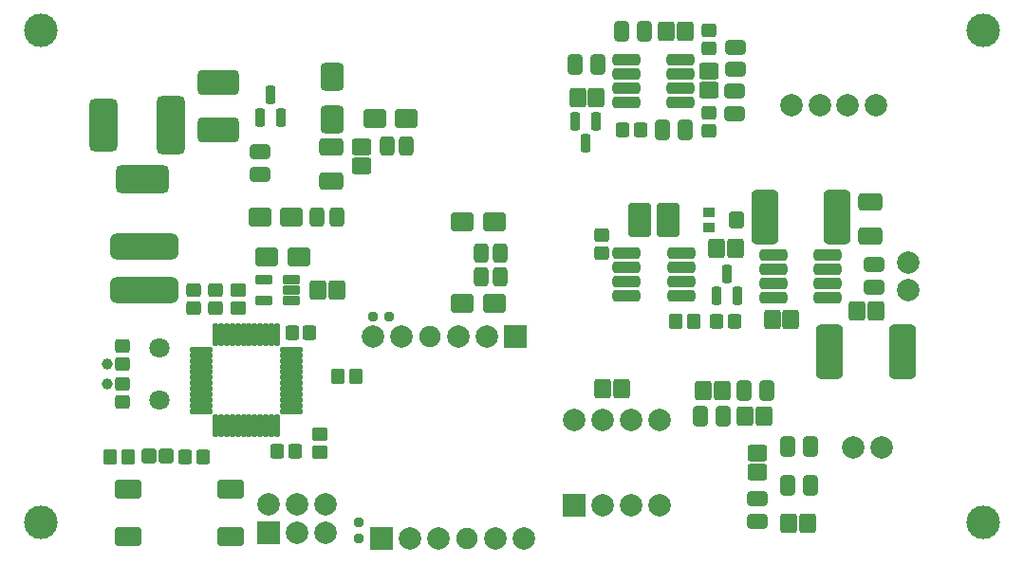
<source format=gts>
G04*
G04 #@! TF.GenerationSoftware,Altium Limited,Altium Designer,22.7.1 (60)*
G04*
G04 Layer_Color=8388736*
%FSLAX43Y43*%
%MOMM*%
G71*
G04*
G04 #@! TF.SameCoordinates,BA50D012-4F98-4CAA-8EAC-1F94F0521628*
G04*
G04*
G04 #@! TF.FilePolarity,Negative*
G04*
G01*
G75*
G04:AMPARAMS|DCode=17|XSize=2.04mm|YSize=2.47mm|CornerRadius=0.368mm|HoleSize=0mm|Usage=FLASHONLY|Rotation=180.000|XOffset=0mm|YOffset=0mm|HoleType=Round|Shape=RoundedRectangle|*
%AMROUNDEDRECTD17*
21,1,2.040,1.735,0,0,180.0*
21,1,1.305,2.470,0,0,180.0*
1,1,0.735,-0.653,0.868*
1,1,0.735,0.653,0.868*
1,1,0.735,0.653,-0.868*
1,1,0.735,-0.653,-0.868*
%
%ADD17ROUNDEDRECTD17*%
G04:AMPARAMS|DCode=18|XSize=1.66mm|YSize=2.11mm|CornerRadius=0.32mm|HoleSize=0mm|Usage=FLASHONLY|Rotation=270.000|XOffset=0mm|YOffset=0mm|HoleType=Round|Shape=RoundedRectangle|*
%AMROUNDEDRECTD18*
21,1,1.660,1.470,0,0,270.0*
21,1,1.020,2.110,0,0,270.0*
1,1,0.640,-0.735,-0.510*
1,1,0.640,-0.735,0.510*
1,1,0.640,0.735,0.510*
1,1,0.640,0.735,-0.510*
%
%ADD18ROUNDEDRECTD18*%
G04:AMPARAMS|DCode=19|XSize=1.24mm|YSize=1.33mm|CornerRadius=0.268mm|HoleSize=0mm|Usage=FLASHONLY|Rotation=90.000|XOffset=0mm|YOffset=0mm|HoleType=Round|Shape=RoundedRectangle|*
%AMROUNDEDRECTD19*
21,1,1.240,0.795,0,0,90.0*
21,1,0.705,1.330,0,0,90.0*
1,1,0.535,0.398,0.353*
1,1,0.535,0.398,-0.353*
1,1,0.535,-0.398,-0.353*
1,1,0.535,-0.398,0.353*
%
%ADD19ROUNDEDRECTD19*%
G04:AMPARAMS|DCode=20|XSize=1.24mm|YSize=1.33mm|CornerRadius=0.268mm|HoleSize=0mm|Usage=FLASHONLY|Rotation=0.000|XOffset=0mm|YOffset=0mm|HoleType=Round|Shape=RoundedRectangle|*
%AMROUNDEDRECTD20*
21,1,1.240,0.795,0,0,0.0*
21,1,0.705,1.330,0,0,0.0*
1,1,0.535,0.353,-0.398*
1,1,0.535,-0.353,-0.398*
1,1,0.535,-0.353,0.398*
1,1,0.535,0.353,0.398*
%
%ADD20ROUNDEDRECTD20*%
G04:AMPARAMS|DCode=21|XSize=2.4mm|YSize=1.7mm|CornerRadius=0.325mm|HoleSize=0mm|Usage=FLASHONLY|Rotation=180.000|XOffset=0mm|YOffset=0mm|HoleType=Round|Shape=RoundedRectangle|*
%AMROUNDEDRECTD21*
21,1,2.400,1.050,0,0,180.0*
21,1,1.750,1.700,0,0,180.0*
1,1,0.650,-0.875,0.525*
1,1,0.650,0.875,0.525*
1,1,0.650,0.875,-0.525*
1,1,0.650,-0.875,-0.525*
%
%ADD21ROUNDEDRECTD21*%
G04:AMPARAMS|DCode=22|XSize=0.91mm|YSize=1.56mm|CornerRadius=0.226mm|HoleSize=0mm|Usage=FLASHONLY|Rotation=270.000|XOffset=0mm|YOffset=0mm|HoleType=Round|Shape=RoundedRectangle|*
%AMROUNDEDRECTD22*
21,1,0.910,1.108,0,0,270.0*
21,1,0.458,1.560,0,0,270.0*
1,1,0.453,-0.554,-0.229*
1,1,0.453,-0.554,0.229*
1,1,0.453,0.554,0.229*
1,1,0.453,0.554,-0.229*
%
%ADD22ROUNDEDRECTD22*%
G04:AMPARAMS|DCode=23|XSize=0.8mm|YSize=0.8mm|CornerRadius=0.213mm|HoleSize=0mm|Usage=FLASHONLY|Rotation=180.000|XOffset=0mm|YOffset=0mm|HoleType=Round|Shape=RoundedRectangle|*
%AMROUNDEDRECTD23*
21,1,0.800,0.375,0,0,180.0*
21,1,0.375,0.800,0,0,180.0*
1,1,0.425,-0.188,0.188*
1,1,0.425,0.188,0.188*
1,1,0.425,0.188,-0.188*
1,1,0.425,-0.188,-0.188*
%
%ADD23ROUNDEDRECTD23*%
G04:AMPARAMS|DCode=24|XSize=1.51mm|YSize=1.76mm|CornerRadius=0.301mm|HoleSize=0mm|Usage=FLASHONLY|Rotation=90.000|XOffset=0mm|YOffset=0mm|HoleType=Round|Shape=RoundedRectangle|*
%AMROUNDEDRECTD24*
21,1,1.510,1.158,0,0,90.0*
21,1,0.907,1.760,0,0,90.0*
1,1,0.603,0.579,0.454*
1,1,0.603,0.579,-0.454*
1,1,0.603,-0.579,-0.454*
1,1,0.603,-0.579,0.454*
%
%ADD24ROUNDEDRECTD24*%
G04:AMPARAMS|DCode=25|XSize=1.51mm|YSize=1.76mm|CornerRadius=0.301mm|HoleSize=0mm|Usage=FLASHONLY|Rotation=180.000|XOffset=0mm|YOffset=0mm|HoleType=Round|Shape=RoundedRectangle|*
%AMROUNDEDRECTD25*
21,1,1.510,1.158,0,0,180.0*
21,1,0.907,1.760,0,0,180.0*
1,1,0.603,-0.454,0.579*
1,1,0.603,0.454,0.579*
1,1,0.603,0.454,-0.579*
1,1,0.603,-0.454,-0.579*
%
%ADD25ROUNDEDRECTD25*%
G04:AMPARAMS|DCode=26|XSize=1.3mm|YSize=1.7mm|CornerRadius=0.275mm|HoleSize=0mm|Usage=FLASHONLY|Rotation=0.000|XOffset=0mm|YOffset=0mm|HoleType=Round|Shape=RoundedRectangle|*
%AMROUNDEDRECTD26*
21,1,1.300,1.150,0,0,0.0*
21,1,0.750,1.700,0,0,0.0*
1,1,0.550,0.375,-0.575*
1,1,0.550,-0.375,-0.575*
1,1,0.550,-0.375,0.575*
1,1,0.550,0.375,0.575*
%
%ADD26ROUNDEDRECTD26*%
G04:AMPARAMS|DCode=27|XSize=1.58mm|YSize=2.17mm|CornerRadius=0.31mm|HoleSize=0mm|Usage=FLASHONLY|Rotation=90.000|XOffset=0mm|YOffset=0mm|HoleType=Round|Shape=RoundedRectangle|*
%AMROUNDEDRECTD27*
21,1,1.580,1.550,0,0,90.0*
21,1,0.960,2.170,0,0,90.0*
1,1,0.620,0.775,0.480*
1,1,0.620,0.775,-0.480*
1,1,0.620,-0.775,-0.480*
1,1,0.620,-0.775,0.480*
%
%ADD27ROUNDEDRECTD27*%
G04:AMPARAMS|DCode=28|XSize=0.91mm|YSize=1.65mm|CornerRadius=0.226mm|HoleSize=0mm|Usage=FLASHONLY|Rotation=180.000|XOffset=0mm|YOffset=0mm|HoleType=Round|Shape=RoundedRectangle|*
%AMROUNDEDRECTD28*
21,1,0.910,1.198,0,0,180.0*
21,1,0.458,1.650,0,0,180.0*
1,1,0.453,-0.229,0.599*
1,1,0.453,0.229,0.599*
1,1,0.453,0.229,-0.599*
1,1,0.453,-0.229,-0.599*
%
%ADD28ROUNDEDRECTD28*%
G04:AMPARAMS|DCode=29|XSize=1.83mm|YSize=1.32mm|CornerRadius=0.278mm|HoleSize=0mm|Usage=FLASHONLY|Rotation=270.000|XOffset=0mm|YOffset=0mm|HoleType=Round|Shape=RoundedRectangle|*
%AMROUNDEDRECTD29*
21,1,1.830,0.765,0,0,270.0*
21,1,1.275,1.320,0,0,270.0*
1,1,0.555,-0.383,-0.638*
1,1,0.555,-0.383,0.638*
1,1,0.555,0.383,0.638*
1,1,0.555,0.383,-0.638*
%
%ADD29ROUNDEDRECTD29*%
G04:AMPARAMS|DCode=30|XSize=1.83mm|YSize=1.32mm|CornerRadius=0.278mm|HoleSize=0mm|Usage=FLASHONLY|Rotation=180.000|XOffset=0mm|YOffset=0mm|HoleType=Round|Shape=RoundedRectangle|*
%AMROUNDEDRECTD30*
21,1,1.830,0.765,0,0,180.0*
21,1,1.275,1.320,0,0,180.0*
1,1,0.555,-0.638,0.383*
1,1,0.555,0.638,0.383*
1,1,0.555,0.638,-0.383*
1,1,0.555,-0.638,-0.383*
%
%ADD30ROUNDEDRECTD30*%
G04:AMPARAMS|DCode=31|XSize=2.25mm|YSize=3.7mm|CornerRadius=0.394mm|HoleSize=0mm|Usage=FLASHONLY|Rotation=90.000|XOffset=0mm|YOffset=0mm|HoleType=Round|Shape=RoundedRectangle|*
%AMROUNDEDRECTD31*
21,1,2.250,2.913,0,0,90.0*
21,1,1.463,3.700,0,0,90.0*
1,1,0.788,1.456,0.731*
1,1,0.788,1.456,-0.731*
1,1,0.788,-1.456,-0.731*
1,1,0.788,-1.456,0.731*
%
%ADD31ROUNDEDRECTD31*%
G04:AMPARAMS|DCode=32|XSize=0.98mm|YSize=2.47mm|CornerRadius=0.235mm|HoleSize=0mm|Usage=FLASHONLY|Rotation=270.000|XOffset=0mm|YOffset=0mm|HoleType=Round|Shape=RoundedRectangle|*
%AMROUNDEDRECTD32*
21,1,0.980,2.000,0,0,270.0*
21,1,0.510,2.470,0,0,270.0*
1,1,0.470,-1.000,-0.255*
1,1,0.470,-1.000,0.255*
1,1,0.470,1.000,0.255*
1,1,0.470,1.000,-0.255*
%
%ADD32ROUNDEDRECTD32*%
G04:AMPARAMS|DCode=33|XSize=2.45mm|YSize=4.83mm|CornerRadius=0.419mm|HoleSize=0mm|Usage=FLASHONLY|Rotation=0.000|XOffset=0mm|YOffset=0mm|HoleType=Round|Shape=RoundedRectangle|*
%AMROUNDEDRECTD33*
21,1,2.450,3.993,0,0,0.0*
21,1,1.613,4.830,0,0,0.0*
1,1,0.838,0.806,-1.996*
1,1,0.838,-0.806,-1.996*
1,1,0.838,-0.806,1.996*
1,1,0.838,0.806,1.996*
%
%ADD33ROUNDEDRECTD33*%
G04:AMPARAMS|DCode=34|XSize=1.1mm|YSize=0.875mm|CornerRadius=0.222mm|HoleSize=0mm|Usage=FLASHONLY|Rotation=0.000|XOffset=0mm|YOffset=0mm|HoleType=Round|Shape=RoundedRectangle|*
%AMROUNDEDRECTD34*
21,1,1.100,0.431,0,0,0.0*
21,1,0.656,0.875,0,0,0.0*
1,1,0.444,0.328,-0.216*
1,1,0.444,-0.328,-0.216*
1,1,0.444,-0.328,0.216*
1,1,0.444,0.328,0.216*
%
%ADD34ROUNDEDRECTD34*%
G04:AMPARAMS|DCode=35|XSize=1.4mm|YSize=1.5mm|CornerRadius=0.288mm|HoleSize=0mm|Usage=FLASHONLY|Rotation=0.000|XOffset=0mm|YOffset=0mm|HoleType=Round|Shape=RoundedRectangle|*
%AMROUNDEDRECTD35*
21,1,1.400,0.925,0,0,0.0*
21,1,0.825,1.500,0,0,0.0*
1,1,0.575,0.413,-0.463*
1,1,0.575,-0.413,-0.463*
1,1,0.575,-0.413,0.463*
1,1,0.575,0.413,0.463*
%
%ADD35ROUNDEDRECTD35*%
G04:AMPARAMS|DCode=36|XSize=1.22mm|YSize=1.38mm|CornerRadius=0.265mm|HoleSize=0mm|Usage=FLASHONLY|Rotation=270.000|XOffset=0mm|YOffset=0mm|HoleType=Round|Shape=RoundedRectangle|*
%AMROUNDEDRECTD36*
21,1,1.220,0.850,0,0,270.0*
21,1,0.690,1.380,0,0,270.0*
1,1,0.530,-0.425,-0.345*
1,1,0.530,-0.425,0.345*
1,1,0.530,0.425,0.345*
1,1,0.530,0.425,-0.345*
%
%ADD36ROUNDEDRECTD36*%
G04:AMPARAMS|DCode=37|XSize=1.22mm|YSize=1.38mm|CornerRadius=0.265mm|HoleSize=0mm|Usage=FLASHONLY|Rotation=180.000|XOffset=0mm|YOffset=0mm|HoleType=Round|Shape=RoundedRectangle|*
%AMROUNDEDRECTD37*
21,1,1.220,0.850,0,0,180.0*
21,1,0.690,1.380,0,0,180.0*
1,1,0.530,-0.345,0.425*
1,1,0.530,0.345,0.425*
1,1,0.530,0.345,-0.425*
1,1,0.530,-0.345,-0.425*
%
%ADD37ROUNDEDRECTD37*%
G04:AMPARAMS|DCode=38|XSize=0.8mm|YSize=0.8mm|CornerRadius=0.213mm|HoleSize=0mm|Usage=FLASHONLY|Rotation=270.000|XOffset=0mm|YOffset=0mm|HoleType=Round|Shape=RoundedRectangle|*
%AMROUNDEDRECTD38*
21,1,0.800,0.375,0,0,270.0*
21,1,0.375,0.800,0,0,270.0*
1,1,0.425,-0.188,-0.188*
1,1,0.425,-0.188,0.188*
1,1,0.425,0.188,0.188*
1,1,0.425,0.188,-0.188*
%
%ADD38ROUNDEDRECTD38*%
%ADD39O,2.100X0.550*%
%ADD40O,0.550X2.100*%
G04:AMPARAMS|DCode=41|XSize=1.35mm|YSize=1.37mm|CornerRadius=0.281mm|HoleSize=0mm|Usage=FLASHONLY|Rotation=0.000|XOffset=0mm|YOffset=0mm|HoleType=Round|Shape=RoundedRectangle|*
%AMROUNDEDRECTD41*
21,1,1.350,0.807,0,0,0.0*
21,1,0.788,1.370,0,0,0.0*
1,1,0.563,0.394,-0.404*
1,1,0.563,-0.394,-0.404*
1,1,0.563,-0.394,0.404*
1,1,0.563,0.394,0.404*
%
%ADD41ROUNDEDRECTD41*%
G04:AMPARAMS|DCode=42|XSize=2.06mm|YSize=3.12mm|CornerRadius=0.37mm|HoleSize=0mm|Usage=FLASHONLY|Rotation=0.000|XOffset=0mm|YOffset=0mm|HoleType=Round|Shape=RoundedRectangle|*
%AMROUNDEDRECTD42*
21,1,2.060,2.380,0,0,0.0*
21,1,1.320,3.120,0,0,0.0*
1,1,0.740,0.660,-1.190*
1,1,0.740,-0.660,-1.190*
1,1,0.740,-0.660,1.190*
1,1,0.740,0.660,1.190*
%
%ADD42ROUNDEDRECTD42*%
G04:AMPARAMS|DCode=43|XSize=6.1mm|YSize=2.4mm|CornerRadius=0.675mm|HoleSize=0mm|Usage=FLASHONLY|Rotation=180.000|XOffset=0mm|YOffset=0mm|HoleType=Round|Shape=RoundedRectangle|*
%AMROUNDEDRECTD43*
21,1,6.100,1.050,0,0,180.0*
21,1,4.750,2.400,0,0,180.0*
1,1,1.350,-2.375,0.525*
1,1,1.350,2.375,0.525*
1,1,1.350,2.375,-0.525*
1,1,1.350,-2.375,-0.525*
%
%ADD43ROUNDEDRECTD43*%
%ADD44C,2.000*%
%ADD45R,2.000X2.000*%
%ADD46C,1.903*%
G04:AMPARAMS|DCode=47|XSize=5.2mm|YSize=2.5mm|CornerRadius=0.425mm|HoleSize=0mm|Usage=FLASHONLY|Rotation=90.000|XOffset=0mm|YOffset=0mm|HoleType=Round|Shape=RoundedRectangle|*
%AMROUNDEDRECTD47*
21,1,5.200,1.650,0,0,90.0*
21,1,4.350,2.500,0,0,90.0*
1,1,0.850,0.825,2.175*
1,1,0.850,0.825,-2.175*
1,1,0.850,-0.825,-2.175*
1,1,0.850,-0.825,2.175*
%
%ADD47ROUNDEDRECTD47*%
G04:AMPARAMS|DCode=48|XSize=4.7mm|YSize=2.5mm|CornerRadius=0.425mm|HoleSize=0mm|Usage=FLASHONLY|Rotation=90.000|XOffset=0mm|YOffset=0mm|HoleType=Round|Shape=RoundedRectangle|*
%AMROUNDEDRECTD48*
21,1,4.700,1.650,0,0,90.0*
21,1,3.850,2.500,0,0,90.0*
1,1,0.850,0.825,1.925*
1,1,0.850,0.825,-1.925*
1,1,0.850,-0.825,-1.925*
1,1,0.850,-0.825,1.925*
%
%ADD48ROUNDEDRECTD48*%
G04:AMPARAMS|DCode=49|XSize=4.7mm|YSize=2.5mm|CornerRadius=0.425mm|HoleSize=0mm|Usage=FLASHONLY|Rotation=180.000|XOffset=0mm|YOffset=0mm|HoleType=Round|Shape=RoundedRectangle|*
%AMROUNDEDRECTD49*
21,1,4.700,1.650,0,0,180.0*
21,1,3.850,2.500,0,0,180.0*
1,1,0.850,-1.925,0.825*
1,1,0.850,1.925,0.825*
1,1,0.850,1.925,-0.825*
1,1,0.850,-1.925,-0.825*
%
%ADD49ROUNDEDRECTD49*%
%ADD50C,3.000*%
%ADD51C,1.800*%
%ADD52R,2.000X2.000*%
%ADD53C,1.000*%
D17*
X28975Y39070D02*
D03*
Y42830D02*
D03*
D18*
X35625Y39075D02*
D03*
X32775D02*
D03*
X43475Y22600D02*
D03*
X40625D02*
D03*
X43475Y29850D02*
D03*
X40625D02*
D03*
X25390Y30307D02*
D03*
X22540D02*
D03*
X25993Y26776D02*
D03*
X23143D02*
D03*
D19*
X62650Y38003D02*
D03*
Y39603D02*
D03*
Y45400D02*
D03*
Y47000D02*
D03*
X16652Y22166D02*
D03*
Y23766D02*
D03*
X18575Y22166D02*
D03*
Y23766D02*
D03*
X10300Y17200D02*
D03*
Y18800D02*
D03*
Y15400D02*
D03*
Y13800D02*
D03*
X53000Y27105D02*
D03*
Y28705D02*
D03*
D20*
X54915Y38073D02*
D03*
X56515D02*
D03*
X63257Y20963D02*
D03*
X64857D02*
D03*
X24093Y9425D02*
D03*
X25693D02*
D03*
X25400Y20000D02*
D03*
X27000D02*
D03*
X15900Y8850D02*
D03*
X17500D02*
D03*
D21*
X10800Y6050D02*
D03*
X19900D02*
D03*
X10800Y1750D02*
D03*
X19900D02*
D03*
D22*
X22893Y22841D02*
D03*
Y24741D02*
D03*
X25343D02*
D03*
Y23791D02*
D03*
Y22841D02*
D03*
D23*
X32645Y21400D02*
D03*
X34045D02*
D03*
D24*
X62650Y43345D02*
D03*
Y41655D02*
D03*
X31600Y36594D02*
D03*
Y34904D02*
D03*
X66895Y9195D02*
D03*
Y7505D02*
D03*
D25*
X27753Y23809D02*
D03*
X29443D02*
D03*
X52575Y41000D02*
D03*
X50885D02*
D03*
X58830Y46930D02*
D03*
X60520D02*
D03*
X69932Y21188D02*
D03*
X68242D02*
D03*
X77470Y21950D02*
D03*
X75780D02*
D03*
X69731Y2938D02*
D03*
X71421D02*
D03*
X54790Y15000D02*
D03*
X53100D02*
D03*
X63782Y14820D02*
D03*
X62092D02*
D03*
X63250Y27500D02*
D03*
X64940Y27500D02*
D03*
X65840Y12520D02*
D03*
X67530D02*
D03*
D26*
X33875Y36631D02*
D03*
X35625D02*
D03*
X42250Y25000D02*
D03*
X44000D02*
D03*
X42250Y27132D02*
D03*
X44000D02*
D03*
X29400Y30307D02*
D03*
X27650Y30307D02*
D03*
D27*
X28924Y36536D02*
D03*
Y33536D02*
D03*
X76976Y28628D02*
D03*
Y31628D02*
D03*
D28*
X22550Y39200D02*
D03*
X24450D02*
D03*
X23500Y41200D02*
D03*
X51625Y36875D02*
D03*
X50675Y38875D02*
D03*
X52575D02*
D03*
X64200Y25253D02*
D03*
X65150Y23253D02*
D03*
X63250D02*
D03*
D29*
X58493Y38073D02*
D03*
X60507D02*
D03*
X56857Y46930D02*
D03*
X54842D02*
D03*
X52682Y43975D02*
D03*
X50667D02*
D03*
X69613Y9850D02*
D03*
X71628D02*
D03*
X63900Y12520D02*
D03*
X61885D02*
D03*
X67787Y14810D02*
D03*
X65772D02*
D03*
X71628Y6350D02*
D03*
X69613D02*
D03*
D30*
X22550Y36132D02*
D03*
Y34118D02*
D03*
X64940Y43493D02*
D03*
X64915Y41557D02*
D03*
X77325Y24042D02*
D03*
Y26058D02*
D03*
X64940Y45507D02*
D03*
X64915Y39543D02*
D03*
X66895Y3118D02*
D03*
Y5133D02*
D03*
D31*
X18823Y42303D02*
D03*
Y38103D02*
D03*
D32*
X60080Y40595D02*
D03*
X60080Y41865D02*
D03*
X60080Y43135D02*
D03*
X60080Y44405D02*
D03*
X55220Y40595D02*
D03*
X55220Y41865D02*
D03*
X55220Y43135D02*
D03*
X55220Y44405D02*
D03*
X60140Y23295D02*
D03*
Y24565D02*
D03*
Y25835D02*
D03*
Y27105D02*
D03*
X55280Y23295D02*
D03*
Y24565D02*
D03*
Y25835D02*
D03*
Y27105D02*
D03*
X68370Y26905D02*
D03*
Y25635D02*
D03*
Y24365D02*
D03*
Y23095D02*
D03*
X73230Y26905D02*
D03*
Y25635D02*
D03*
Y24365D02*
D03*
Y23095D02*
D03*
D33*
X67576Y30300D02*
D03*
X74076D02*
D03*
X73400Y18300D02*
D03*
X79900D02*
D03*
D34*
X62595Y30699D02*
D03*
X62595Y29374D02*
D03*
D35*
X65095Y30036D02*
D03*
D36*
X27925Y9350D02*
D03*
Y10950D02*
D03*
X20580Y22166D02*
D03*
Y23766D02*
D03*
D37*
X59625Y21013D02*
D03*
X61225D02*
D03*
X10800Y8875D02*
D03*
X9200D02*
D03*
X29500Y16100D02*
D03*
X31100D02*
D03*
D38*
X31325Y1625D02*
D03*
Y3025D02*
D03*
D39*
X17280Y18473D02*
D03*
Y17973D02*
D03*
Y17473D02*
D03*
Y16973D02*
D03*
Y16473D02*
D03*
Y15973D02*
D03*
Y15473D02*
D03*
Y14973D02*
D03*
Y14473D02*
D03*
Y13973D02*
D03*
Y13473D02*
D03*
Y12973D02*
D03*
X25380D02*
D03*
Y13473D02*
D03*
Y13973D02*
D03*
Y14473D02*
D03*
Y14973D02*
D03*
Y15473D02*
D03*
Y15973D02*
D03*
Y16473D02*
D03*
Y16973D02*
D03*
Y17473D02*
D03*
Y17973D02*
D03*
Y18473D02*
D03*
D40*
X18580Y11673D02*
D03*
X19080D02*
D03*
X19580D02*
D03*
X20080D02*
D03*
X20580D02*
D03*
X21080D02*
D03*
X21580D02*
D03*
X22080D02*
D03*
X22580D02*
D03*
X23080D02*
D03*
X23580D02*
D03*
X24080D02*
D03*
Y19773D02*
D03*
X23580D02*
D03*
X23080D02*
D03*
X22580D02*
D03*
X22080D02*
D03*
X21580D02*
D03*
X21080D02*
D03*
X20580D02*
D03*
X20080D02*
D03*
X19580D02*
D03*
X19080D02*
D03*
X18580D02*
D03*
D41*
X12640Y8975D02*
D03*
X14160D02*
D03*
D42*
X58980Y30036D02*
D03*
X56390D02*
D03*
D43*
X12225Y23750D02*
D03*
Y27650D02*
D03*
D44*
X23363Y4687D02*
D03*
X25903D02*
D03*
X28443D02*
D03*
Y2147D02*
D03*
X25903D02*
D03*
X35185Y19643D02*
D03*
X42805D02*
D03*
X40265D02*
D03*
X32645D02*
D03*
X78000Y9750D02*
D03*
X75500D02*
D03*
X80357Y26250D02*
D03*
Y23750D02*
D03*
X77500Y40300D02*
D03*
X72500D02*
D03*
X75000D02*
D03*
X70000D02*
D03*
X43570Y1625D02*
D03*
X35950D02*
D03*
X38490D02*
D03*
X46110D02*
D03*
X58180Y12208D02*
D03*
X55640D02*
D03*
X53100D02*
D03*
X50560D02*
D03*
X58180Y4588D02*
D03*
X55640D02*
D03*
X53100D02*
D03*
D45*
X23363Y2147D02*
D03*
X45345Y19643D02*
D03*
X33410Y1625D02*
D03*
D46*
X37725Y19643D02*
D03*
X41030Y1625D02*
D03*
D47*
X14580Y38500D02*
D03*
D48*
X8580Y38500D02*
D03*
D49*
X12080Y33700D02*
D03*
D50*
X87038Y3019D02*
D03*
Y47019D02*
D03*
X3038D02*
D03*
Y3019D02*
D03*
D51*
X13600Y13975D02*
D03*
Y18625D02*
D03*
D52*
X50560Y4588D02*
D03*
D53*
X8900Y17200D02*
D03*
Y15400D02*
D03*
M02*

</source>
